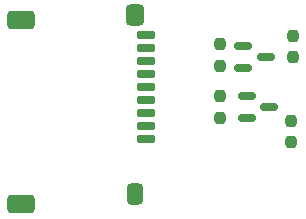
<source format=gtp>
%TF.GenerationSoftware,KiCad,Pcbnew,6.0.7*%
%TF.CreationDate,2022-09-21T21:00:50-05:00*%
%TF.ProjectId,keyboardPCBv2,6b657962-6f61-4726-9450-434276322e6b,rev?*%
%TF.SameCoordinates,Original*%
%TF.FileFunction,Paste,Top*%
%TF.FilePolarity,Positive*%
%FSLAX46Y46*%
G04 Gerber Fmt 4.6, Leading zero omitted, Abs format (unit mm)*
G04 Created by KiCad (PCBNEW 6.0.7) date 2022-09-21 21:00:50*
%MOMM*%
%LPD*%
G01*
G04 APERTURE LIST*
G04 Aperture macros list*
%AMRoundRect*
0 Rectangle with rounded corners*
0 $1 Rounding radius*
0 $2 $3 $4 $5 $6 $7 $8 $9 X,Y pos of 4 corners*
0 Add a 4 corners polygon primitive as box body*
4,1,4,$2,$3,$4,$5,$6,$7,$8,$9,$2,$3,0*
0 Add four circle primitives for the rounded corners*
1,1,$1+$1,$2,$3*
1,1,$1+$1,$4,$5*
1,1,$1+$1,$6,$7*
1,1,$1+$1,$8,$9*
0 Add four rect primitives between the rounded corners*
20,1,$1+$1,$2,$3,$4,$5,0*
20,1,$1+$1,$4,$5,$6,$7,0*
20,1,$1+$1,$6,$7,$8,$9,0*
20,1,$1+$1,$8,$9,$2,$3,0*%
G04 Aperture macros list end*
%ADD10RoundRect,0.237500X-0.237500X0.250000X-0.237500X-0.250000X0.237500X-0.250000X0.237500X0.250000X0*%
%ADD11RoundRect,0.150000X-0.587500X-0.150000X0.587500X-0.150000X0.587500X0.150000X-0.587500X0.150000X0*%
%ADD12RoundRect,0.175000X0.625000X0.175000X-0.625000X0.175000X-0.625000X-0.175000X0.625000X-0.175000X0*%
%ADD13RoundRect,0.400000X0.400000X0.500000X-0.400000X0.500000X-0.400000X-0.500000X0.400000X-0.500000X0*%
%ADD14RoundRect,0.400000X0.800000X0.400000X-0.800000X0.400000X-0.800000X-0.400000X0.800000X-0.400000X0*%
%ADD15RoundRect,0.350000X0.350000X0.550000X-0.350000X0.550000X-0.350000X-0.550000X0.350000X-0.550000X0*%
%ADD16RoundRect,0.237500X0.237500X-0.250000X0.237500X0.250000X-0.237500X0.250000X-0.237500X-0.250000X0*%
G04 APERTURE END LIST*
D10*
%TO.C,R1*%
X64032500Y-39087500D03*
X64032500Y-40912500D03*
%TD*%
D11*
%TO.C,Q1*%
X59795000Y-39950000D03*
X59795000Y-41850000D03*
X61670000Y-40900000D03*
%TD*%
D12*
%TO.C,U1*%
X51507500Y-47800000D03*
X51507500Y-46700000D03*
X51507500Y-45600000D03*
X51507500Y-44500000D03*
X51507500Y-43400000D03*
X51507500Y-42300000D03*
X51507500Y-41200000D03*
X51507500Y-40100000D03*
X51507500Y-39000000D03*
D13*
X50654500Y-37350000D03*
D14*
X41004500Y-37750000D03*
X41004500Y-53350000D03*
D15*
X50654500Y-52501000D03*
%TD*%
D10*
%TO.C,R4*%
X57832500Y-44187500D03*
X57832500Y-46012500D03*
%TD*%
D16*
%TO.C,R2*%
X63832500Y-48112500D03*
X63832500Y-46287500D03*
%TD*%
D11*
%TO.C,Q2*%
X60095000Y-44175000D03*
X60095000Y-46075000D03*
X61970000Y-45125000D03*
%TD*%
D10*
%TO.C,R3*%
X57832500Y-39800000D03*
X57832500Y-41625000D03*
%TD*%
M02*

</source>
